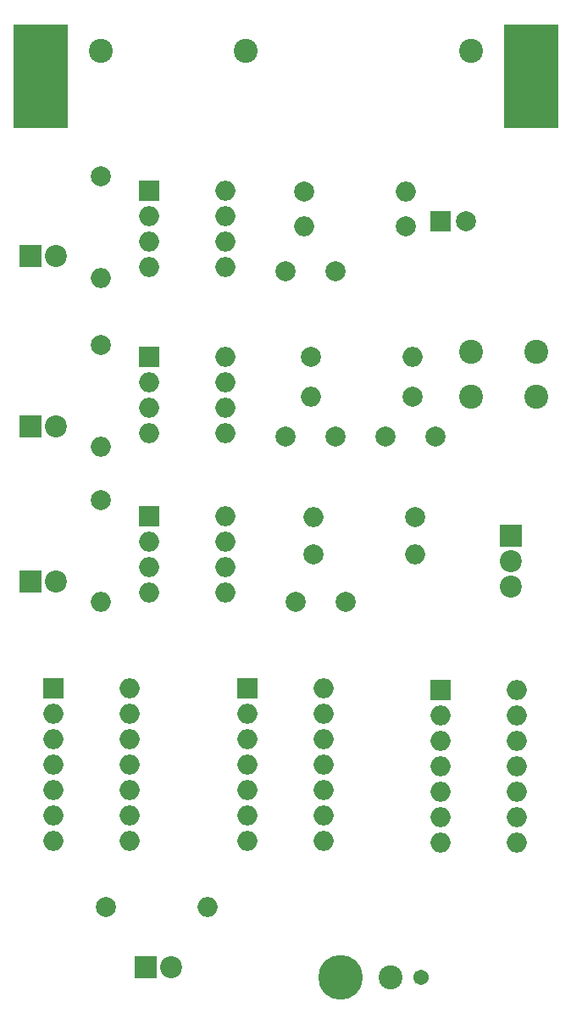
<source format=gts>
G04 #@! TF.FileFunction,Soldermask,Top*
%FSLAX46Y46*%
G04 Gerber Fmt 4.6, Leading zero omitted, Abs format (unit mm)*
G04 Created by KiCad (PCBNEW 4.0.5-e0-6337~49~ubuntu16.04.1) date Sun Mar 26 15:46:02 2017*
%MOMM*%
%LPD*%
G01*
G04 APERTURE LIST*
%ADD10C,0.100000*%
%ADD11R,2.000000X2.000000*%
%ADD12C,2.000000*%
%ADD13R,2.200000X2.200000*%
%ADD14C,2.200000*%
%ADD15C,4.464000*%
%ADD16C,1.543000*%
%ADD17C,2.400000*%
%ADD18R,5.400000X10.400000*%
%ADD19O,2.000000X2.000000*%
G04 APERTURE END LIST*
D10*
D11*
X123500000Y-80500000D03*
D12*
X126000000Y-80500000D03*
X113000000Y-85500000D03*
X108000000Y-85500000D03*
X108000000Y-102000000D03*
X113000000Y-102000000D03*
X114000000Y-118500000D03*
X109000000Y-118500000D03*
D13*
X82460000Y-84000000D03*
D14*
X85000000Y-84000000D03*
D13*
X82460000Y-101000000D03*
D14*
X85000000Y-101000000D03*
D13*
X82460000Y-116500000D03*
D14*
X85000000Y-116500000D03*
D13*
X93960000Y-155000000D03*
D14*
X96500000Y-155000000D03*
D15*
X113500000Y-156000000D03*
D16*
X121500000Y-156000000D03*
D17*
X118500000Y-156000000D03*
X126500000Y-63500000D03*
X89500000Y-63500000D03*
X104000000Y-63500000D03*
D18*
X132500000Y-66000000D03*
X83500000Y-66000000D03*
D12*
X89500000Y-76000000D03*
D19*
X89500000Y-86160000D03*
D12*
X109840000Y-77500000D03*
D19*
X120000000Y-77500000D03*
D12*
X120000000Y-81000000D03*
D19*
X109840000Y-81000000D03*
D12*
X110500000Y-94000000D03*
D19*
X120660000Y-94000000D03*
D12*
X89500000Y-92840000D03*
D19*
X89500000Y-103000000D03*
D12*
X120660000Y-98000000D03*
D19*
X110500000Y-98000000D03*
D12*
X120910000Y-110000000D03*
D19*
X110750000Y-110000000D03*
D12*
X110750000Y-113750000D03*
D19*
X120910000Y-113750000D03*
D12*
X89500000Y-108340000D03*
D19*
X89500000Y-118500000D03*
D12*
X90000000Y-149000000D03*
D19*
X100160000Y-149000000D03*
D13*
X130500000Y-111920000D03*
D14*
X130500000Y-114460000D03*
X130500000Y-117000000D03*
D17*
X133000000Y-93500000D03*
X133000000Y-98000000D03*
X126500000Y-93500000D03*
X126500000Y-98000000D03*
D11*
X94380000Y-77460000D03*
D19*
X102000000Y-85080000D03*
X94380000Y-80000000D03*
X102000000Y-82540000D03*
X94380000Y-82540000D03*
X102000000Y-80000000D03*
X94380000Y-85080000D03*
X102000000Y-77460000D03*
D11*
X94380000Y-94000000D03*
D19*
X102000000Y-101620000D03*
X94380000Y-96540000D03*
X102000000Y-99080000D03*
X94380000Y-99080000D03*
X102000000Y-96540000D03*
X94380000Y-101620000D03*
X102000000Y-94000000D03*
D11*
X94380000Y-109920000D03*
D19*
X102000000Y-117540000D03*
X94380000Y-112460000D03*
X102000000Y-115000000D03*
X94380000Y-115000000D03*
X102000000Y-112460000D03*
X94380000Y-117540000D03*
X102000000Y-109920000D03*
D11*
X84750000Y-127130000D03*
D19*
X92370000Y-142370000D03*
X84750000Y-129670000D03*
X92370000Y-139830000D03*
X84750000Y-132210000D03*
X92370000Y-137290000D03*
X84750000Y-134750000D03*
X92370000Y-134750000D03*
X84750000Y-137290000D03*
X92370000Y-132210000D03*
X84750000Y-139830000D03*
X92370000Y-129670000D03*
X84750000Y-142370000D03*
X92370000Y-127130000D03*
D11*
X104130000Y-127130000D03*
D19*
X111750000Y-142370000D03*
X104130000Y-129670000D03*
X111750000Y-139830000D03*
X104130000Y-132210000D03*
X111750000Y-137290000D03*
X104130000Y-134750000D03*
X111750000Y-134750000D03*
X104130000Y-137290000D03*
X111750000Y-132210000D03*
X104130000Y-139830000D03*
X111750000Y-129670000D03*
X104130000Y-142370000D03*
X111750000Y-127130000D03*
D11*
X123500000Y-127340000D03*
D19*
X131120000Y-142580000D03*
X123500000Y-129880000D03*
X131120000Y-140040000D03*
X123500000Y-132420000D03*
X131120000Y-137500000D03*
X123500000Y-134960000D03*
X131120000Y-134960000D03*
X123500000Y-137500000D03*
X131120000Y-132420000D03*
X123500000Y-140040000D03*
X131120000Y-129880000D03*
X123500000Y-142580000D03*
X131120000Y-127340000D03*
D12*
X123000000Y-102000000D03*
X118000000Y-102000000D03*
M02*

</source>
